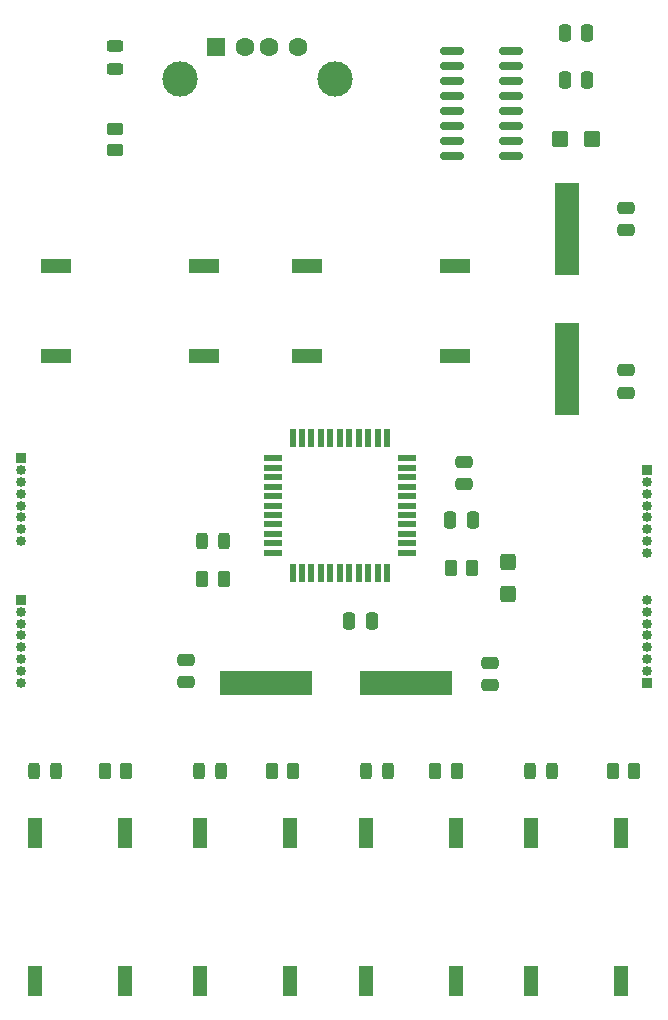
<source format=gbr>
%TF.GenerationSoftware,KiCad,Pcbnew,(6.0.5)*%
%TF.CreationDate,2022-06-16T01:18:26+03:00*%
%TF.ProjectId,P2_Neata_Adrian+Radulescu,50325f4e-6561-4746-915f-41647269616e,rev?*%
%TF.SameCoordinates,Original*%
%TF.FileFunction,Soldermask,Top*%
%TF.FilePolarity,Negative*%
%FSLAX46Y46*%
G04 Gerber Fmt 4.6, Leading zero omitted, Abs format (unit mm)*
G04 Created by KiCad (PCBNEW (6.0.5)) date 2022-06-16 01:18:26*
%MOMM*%
%LPD*%
G01*
G04 APERTURE LIST*
G04 Aperture macros list*
%AMRoundRect*
0 Rectangle with rounded corners*
0 $1 Rounding radius*
0 $2 $3 $4 $5 $6 $7 $8 $9 X,Y pos of 4 corners*
0 Add a 4 corners polygon primitive as box body*
4,1,4,$2,$3,$4,$5,$6,$7,$8,$9,$2,$3,0*
0 Add four circle primitives for the rounded corners*
1,1,$1+$1,$2,$3*
1,1,$1+$1,$4,$5*
1,1,$1+$1,$6,$7*
1,1,$1+$1,$8,$9*
0 Add four rect primitives between the rounded corners*
20,1,$1+$1,$2,$3,$4,$5,0*
20,1,$1+$1,$4,$5,$6,$7,0*
20,1,$1+$1,$6,$7,$8,$9,0*
20,1,$1+$1,$8,$9,$2,$3,0*%
G04 Aperture macros list end*
%ADD10RoundRect,0.250000X0.475000X-0.250000X0.475000X0.250000X-0.475000X0.250000X-0.475000X-0.250000X0*%
%ADD11RoundRect,0.250000X-0.250000X-0.475000X0.250000X-0.475000X0.250000X0.475000X-0.250000X0.475000X0*%
%ADD12RoundRect,0.250000X-0.425000X0.450000X-0.425000X-0.450000X0.425000X-0.450000X0.425000X0.450000X0*%
%ADD13RoundRect,0.250000X-0.450000X-0.425000X0.450000X-0.425000X0.450000X0.425000X-0.450000X0.425000X0*%
%ADD14RoundRect,0.250000X-0.475000X0.250000X-0.475000X-0.250000X0.475000X-0.250000X0.475000X0.250000X0*%
%ADD15RoundRect,0.243750X0.243750X0.456250X-0.243750X0.456250X-0.243750X-0.456250X0.243750X-0.456250X0*%
%ADD16RoundRect,0.243750X0.456250X-0.243750X0.456250X0.243750X-0.456250X0.243750X-0.456250X-0.243750X0*%
%ADD17O,0.850000X0.850000*%
%ADD18R,0.850000X0.850000*%
%ADD19R,1.600000X1.500000*%
%ADD20C,1.600000*%
%ADD21C,3.000000*%
%ADD22RoundRect,0.250000X0.262500X0.450000X-0.262500X0.450000X-0.262500X-0.450000X0.262500X-0.450000X0*%
%ADD23RoundRect,0.250000X-0.262500X-0.450000X0.262500X-0.450000X0.262500X0.450000X-0.262500X0.450000X0*%
%ADD24RoundRect,0.250000X-0.450000X0.262500X-0.450000X-0.262500X0.450000X-0.262500X0.450000X0.262500X0*%
%ADD25R,2.500000X1.200000*%
%ADD26R,1.200000X2.500000*%
%ADD27R,1.500000X0.550000*%
%ADD28R,0.550000X1.500000*%
%ADD29RoundRect,0.150000X-0.825000X-0.150000X0.825000X-0.150000X0.825000X0.150000X-0.825000X0.150000X0*%
%ADD30R,7.875000X2.000000*%
%ADD31R,2.000000X7.875000*%
G04 APERTURE END LIST*
D10*
%TO.C,C1*%
X54000000Y-100950000D03*
X54000000Y-99050000D03*
%TD*%
D11*
%TO.C,C2*%
X67800000Y-95750000D03*
X69700000Y-95750000D03*
%TD*%
D12*
%TO.C,C3*%
X81250000Y-90800000D03*
X81250000Y-93500000D03*
%TD*%
D11*
%TO.C,C4*%
X76350000Y-87250000D03*
X78250000Y-87250000D03*
%TD*%
D10*
%TO.C,C5*%
X79750000Y-101200000D03*
X79750000Y-99300000D03*
%TD*%
%TO.C,C6*%
X77500000Y-84200000D03*
X77500000Y-82300000D03*
%TD*%
%TO.C,C7*%
X91250000Y-62700000D03*
X91250000Y-60800000D03*
%TD*%
D13*
%TO.C,C8*%
X85650000Y-55000000D03*
X88350000Y-55000000D03*
%TD*%
D14*
%TO.C,C9*%
X91250000Y-74550000D03*
X91250000Y-76450000D03*
%TD*%
D11*
%TO.C,C10*%
X86050000Y-46000000D03*
X87950000Y-46000000D03*
%TD*%
%TO.C,C11*%
X86050000Y-50000000D03*
X87950000Y-50000000D03*
%TD*%
D15*
%TO.C,D1*%
X57187500Y-89000000D03*
X55312500Y-89000000D03*
%TD*%
%TO.C,LED1*%
X43000000Y-108500000D03*
X41125000Y-108500000D03*
%TD*%
%TO.C,LED2*%
X56937500Y-108500000D03*
X55062500Y-108500000D03*
%TD*%
%TO.C,LED3*%
X71100000Y-108500000D03*
X69225000Y-108500000D03*
%TD*%
%TO.C,LED4*%
X84937500Y-108500000D03*
X83062500Y-108500000D03*
%TD*%
D16*
%TO.C,D6*%
X48000000Y-49000000D03*
X48000000Y-47125000D03*
%TD*%
D17*
%TO.C,J1*%
X93000000Y-90000000D03*
X93000000Y-89000000D03*
X93000000Y-88000000D03*
X93000000Y-87000000D03*
X93000000Y-86000000D03*
X93000000Y-85000000D03*
X93000000Y-84000000D03*
D18*
X93000000Y-83000000D03*
%TD*%
%TO.C,J2*%
X93000000Y-101000000D03*
D17*
X93000000Y-100000000D03*
X93000000Y-99000000D03*
X93000000Y-98000000D03*
X93000000Y-97000000D03*
X93000000Y-96000000D03*
X93000000Y-95000000D03*
X93000000Y-94000000D03*
%TD*%
D18*
%TO.C,J3*%
X40000000Y-82000000D03*
D17*
X40000000Y-83000000D03*
X40000000Y-84000000D03*
X40000000Y-85000000D03*
X40000000Y-86000000D03*
X40000000Y-87000000D03*
X40000000Y-88000000D03*
X40000000Y-89000000D03*
%TD*%
D18*
%TO.C,J4*%
X40000000Y-94000000D03*
D17*
X40000000Y-95000000D03*
X40000000Y-96000000D03*
X40000000Y-97000000D03*
X40000000Y-98000000D03*
X40000000Y-99000000D03*
X40000000Y-100000000D03*
X40000000Y-101000000D03*
%TD*%
D19*
%TO.C,USB*%
X56500000Y-47140000D03*
D20*
X59000000Y-47140000D03*
X61000000Y-47140000D03*
X63500000Y-47140000D03*
D21*
X53430000Y-49850000D03*
X66570000Y-49850000D03*
%TD*%
D22*
%TO.C,R1*%
X78212500Y-91250000D03*
X76387500Y-91250000D03*
%TD*%
%TO.C,R2*%
X57162500Y-92250000D03*
X55337500Y-92250000D03*
%TD*%
D23*
%TO.C,R3*%
X47087500Y-108500000D03*
X48912500Y-108500000D03*
%TD*%
%TO.C,R4*%
X61237500Y-108500000D03*
X63062500Y-108500000D03*
%TD*%
%TO.C,R5*%
X75087500Y-108500000D03*
X76912500Y-108500000D03*
%TD*%
%TO.C,R6*%
X90087500Y-108500000D03*
X91912500Y-108500000D03*
%TD*%
D24*
%TO.C,R7*%
X48000000Y-54087500D03*
X48000000Y-55912500D03*
%TD*%
D25*
%TO.C,SW1*%
X76750000Y-65690000D03*
X64250000Y-65690000D03*
X76750000Y-73310000D03*
X64250000Y-73310000D03*
%TD*%
%TO.C,SW2*%
X43000000Y-73310000D03*
X55500000Y-73310000D03*
X43000000Y-65690000D03*
X55500000Y-65690000D03*
%TD*%
D26*
%TO.C,SW3*%
X41190000Y-113750000D03*
X41190000Y-126250000D03*
X48810000Y-113750000D03*
X48810000Y-126250000D03*
%TD*%
%TO.C,SW4*%
X55190000Y-113750000D03*
X55190000Y-126250000D03*
X62810000Y-113750000D03*
X62810000Y-126250000D03*
%TD*%
%TO.C,SW5*%
X69190000Y-113750000D03*
X69190000Y-126250000D03*
X76810000Y-113750000D03*
X76810000Y-126250000D03*
%TD*%
%TO.C,SW6*%
X83190000Y-113750000D03*
X83190000Y-126250000D03*
X90810000Y-113750000D03*
X90810000Y-126250000D03*
%TD*%
D27*
%TO.C,ATMEGA164A*%
X61300000Y-82000000D03*
X61300000Y-82800000D03*
X61300000Y-83600000D03*
X61300000Y-84400000D03*
X61300000Y-85200000D03*
X61300000Y-86000000D03*
X61300000Y-86800000D03*
X61300000Y-87600000D03*
X61300000Y-88400000D03*
X61300000Y-89200000D03*
X61300000Y-90000000D03*
D28*
X63000000Y-91700000D03*
X63800000Y-91700000D03*
X64600000Y-91700000D03*
X65400000Y-91700000D03*
X66200000Y-91700000D03*
X67000000Y-91700000D03*
X67800000Y-91700000D03*
X68600000Y-91700000D03*
X69400000Y-91700000D03*
X70200000Y-91700000D03*
X71000000Y-91700000D03*
D27*
X72700000Y-90000000D03*
X72700000Y-89200000D03*
X72700000Y-88400000D03*
X72700000Y-87600000D03*
X72700000Y-86800000D03*
X72700000Y-86000000D03*
X72700000Y-85200000D03*
X72700000Y-84400000D03*
X72700000Y-83600000D03*
X72700000Y-82800000D03*
X72700000Y-82000000D03*
D28*
X71000000Y-80300000D03*
X70200000Y-80300000D03*
X69400000Y-80300000D03*
X68600000Y-80300000D03*
X67800000Y-80300000D03*
X67000000Y-80300000D03*
X66200000Y-80300000D03*
X65400000Y-80300000D03*
X64600000Y-80300000D03*
X63800000Y-80300000D03*
X63000000Y-80300000D03*
%TD*%
D29*
%TO.C,CH340G*%
X76525000Y-47555000D03*
X76525000Y-48825000D03*
X76525000Y-50095000D03*
X76525000Y-51365000D03*
X76525000Y-52635000D03*
X76525000Y-53905000D03*
X76525000Y-55175000D03*
X76525000Y-56445000D03*
X81475000Y-56445000D03*
X81475000Y-55175000D03*
X81475000Y-53905000D03*
X81475000Y-52635000D03*
X81475000Y-51365000D03*
X81475000Y-50095000D03*
X81475000Y-48825000D03*
X81475000Y-47555000D03*
%TD*%
D30*
%TO.C,Y1*%
X60750000Y-101000000D03*
X72625000Y-101000000D03*
%TD*%
D31*
%TO.C,Y2*%
X86250000Y-62562500D03*
X86250000Y-74437500D03*
%TD*%
M02*

</source>
